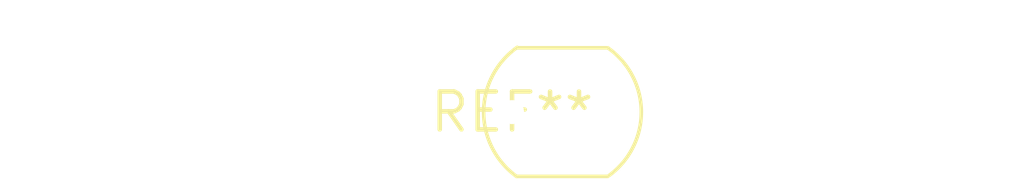
<source format=kicad_pcb>
(kicad_pcb (version 20240108) (generator pcbnew)
  (layers (0 "F.Cu" signal) (31 "B.Cu" signal) (34 "B.Paste" user) (35 "F.Paste" user) (36 "B.SilkS" user "B.Silkscreen") (37 "F.SilkS" user "F.Silkscreen") (38 "B.Mask" user) (39 "F.Mask" user) (44 "Edge.Cuts" user))
  (net 0 "")
  (footprint "R_LDR_5.1x4.3mm_P3.4mm_Vertical" (layer "F.Cu") (at 0 0)
    (property "Reference" "REF**")
    (property "Value" "R_LDR_5.1x4.3mm_P3.4mm_Vertical")
    (fp_line (start 0.15 -2.15) (end 3.2 -2.15) (layer "F.SilkS") (stroke (width 0.12)))
    (fp_line (start 0.15 2.15) (end 3.2 2.15) (layer "F.SilkS") (stroke (width 0.12)))
    (fp_arc (start 0.15 2.15) (mid -0.950438 -0.013368) (end 0.171766 -2.165525) (layer "F.SilkS") (stroke (width 0.12)))
    (fp_arc (start 3.2 -2.15) (mid 4.321403 -0.027338) (end 3.244513 2.118249) (layer "F.SilkS") (stroke (width 0.12)))
    (pad "1" thru_hole circle (at 0 0) (size 1.5 1.5) (drill 0.8) (layers *.Cu *.Mask) (remove_unused_layers))
    (pad "2" thru_hole circle (at 3.4 0) (size 1.5 1.5) (drill 0.8) (layers *.Cu *.Mask) (remove_unused_layers))
  )
)
</source>
